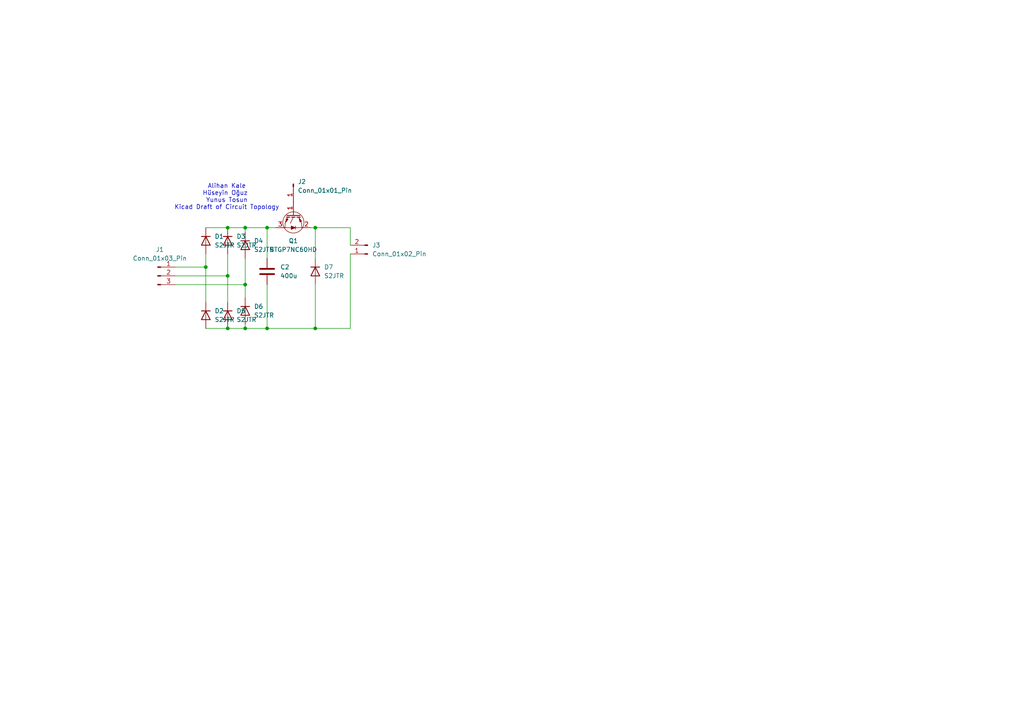
<source format=kicad_sch>
(kicad_sch
	(version 20250114)
	(generator "eeschema")
	(generator_version "9.0")
	(uuid "a1a7bf66-7624-445e-9f4f-dc9b3cacacfa")
	(paper "A4")
	(lib_symbols
		(symbol "Connector:Conn_01x01_Pin"
			(pin_names
				(offset 1.016)
				(hide yes)
			)
			(exclude_from_sim no)
			(in_bom yes)
			(on_board yes)
			(property "Reference" "J"
				(at 0 2.54 0)
				(effects
					(font
						(size 1.27 1.27)
					)
				)
			)
			(property "Value" "Conn_01x01_Pin"
				(at 0 -2.54 0)
				(effects
					(font
						(size 1.27 1.27)
					)
				)
			)
			(property "Footprint" ""
				(at 0 0 0)
				(effects
					(font
						(size 1.27 1.27)
					)
					(hide yes)
				)
			)
			(property "Datasheet" "~"
				(at 0 0 0)
				(effects
					(font
						(size 1.27 1.27)
					)
					(hide yes)
				)
			)
			(property "Description" "Generic connector, single row, 01x01, script generated"
				(at 0 0 0)
				(effects
					(font
						(size 1.27 1.27)
					)
					(hide yes)
				)
			)
			(property "ki_locked" ""
				(at 0 0 0)
				(effects
					(font
						(size 1.27 1.27)
					)
				)
			)
			(property "ki_keywords" "connector"
				(at 0 0 0)
				(effects
					(font
						(size 1.27 1.27)
					)
					(hide yes)
				)
			)
			(property "ki_fp_filters" "Connector*:*_1x??_*"
				(at 0 0 0)
				(effects
					(font
						(size 1.27 1.27)
					)
					(hide yes)
				)
			)
			(symbol "Conn_01x01_Pin_1_1"
				(rectangle
					(start 0.8636 0.127)
					(end 0 -0.127)
					(stroke
						(width 0.1524)
						(type default)
					)
					(fill
						(type outline)
					)
				)
				(polyline
					(pts
						(xy 1.27 0) (xy 0.8636 0)
					)
					(stroke
						(width 0.1524)
						(type default)
					)
					(fill
						(type none)
					)
				)
				(pin passive line
					(at 5.08 0 180)
					(length 3.81)
					(name "Pin_1"
						(effects
							(font
								(size 1.27 1.27)
							)
						)
					)
					(number "1"
						(effects
							(font
								(size 1.27 1.27)
							)
						)
					)
				)
			)
			(embedded_fonts no)
		)
		(symbol "Connector:Conn_01x02_Pin"
			(pin_names
				(offset 1.016)
				(hide yes)
			)
			(exclude_from_sim no)
			(in_bom yes)
			(on_board yes)
			(property "Reference" "J"
				(at 0 2.54 0)
				(effects
					(font
						(size 1.27 1.27)
					)
				)
			)
			(property "Value" "Conn_01x02_Pin"
				(at 0 -5.08 0)
				(effects
					(font
						(size 1.27 1.27)
					)
				)
			)
			(property "Footprint" ""
				(at 0 0 0)
				(effects
					(font
						(size 1.27 1.27)
					)
					(hide yes)
				)
			)
			(property "Datasheet" "~"
				(at 0 0 0)
				(effects
					(font
						(size 1.27 1.27)
					)
					(hide yes)
				)
			)
			(property "Description" "Generic connector, single row, 01x02, script generated"
				(at 0 0 0)
				(effects
					(font
						(size 1.27 1.27)
					)
					(hide yes)
				)
			)
			(property "ki_locked" ""
				(at 0 0 0)
				(effects
					(font
						(size 1.27 1.27)
					)
				)
			)
			(property "ki_keywords" "connector"
				(at 0 0 0)
				(effects
					(font
						(size 1.27 1.27)
					)
					(hide yes)
				)
			)
			(property "ki_fp_filters" "Connector*:*_1x??_*"
				(at 0 0 0)
				(effects
					(font
						(size 1.27 1.27)
					)
					(hide yes)
				)
			)
			(symbol "Conn_01x02_Pin_1_1"
				(rectangle
					(start 0.8636 0.127)
					(end 0 -0.127)
					(stroke
						(width 0.1524)
						(type default)
					)
					(fill
						(type outline)
					)
				)
				(rectangle
					(start 0.8636 -2.413)
					(end 0 -2.667)
					(stroke
						(width 0.1524)
						(type default)
					)
					(fill
						(type outline)
					)
				)
				(polyline
					(pts
						(xy 1.27 0) (xy 0.8636 0)
					)
					(stroke
						(width 0.1524)
						(type default)
					)
					(fill
						(type none)
					)
				)
				(polyline
					(pts
						(xy 1.27 -2.54) (xy 0.8636 -2.54)
					)
					(stroke
						(width 0.1524)
						(type default)
					)
					(fill
						(type none)
					)
				)
				(pin passive line
					(at 5.08 0 180)
					(length 3.81)
					(name "Pin_1"
						(effects
							(font
								(size 1.27 1.27)
							)
						)
					)
					(number "1"
						(effects
							(font
								(size 1.27 1.27)
							)
						)
					)
				)
				(pin passive line
					(at 5.08 -2.54 180)
					(length 3.81)
					(name "Pin_2"
						(effects
							(font
								(size 1.27 1.27)
							)
						)
					)
					(number "2"
						(effects
							(font
								(size 1.27 1.27)
							)
						)
					)
				)
			)
			(embedded_fonts no)
		)
		(symbol "Connector:Conn_01x03_Pin"
			(pin_names
				(offset 1.016)
				(hide yes)
			)
			(exclude_from_sim no)
			(in_bom yes)
			(on_board yes)
			(property "Reference" "J"
				(at 0 5.08 0)
				(effects
					(font
						(size 1.27 1.27)
					)
				)
			)
			(property "Value" "Conn_01x03_Pin"
				(at 0 -5.08 0)
				(effects
					(font
						(size 1.27 1.27)
					)
				)
			)
			(property "Footprint" ""
				(at 0 0 0)
				(effects
					(font
						(size 1.27 1.27)
					)
					(hide yes)
				)
			)
			(property "Datasheet" "~"
				(at 0 0 0)
				(effects
					(font
						(size 1.27 1.27)
					)
					(hide yes)
				)
			)
			(property "Description" "Generic connector, single row, 01x03, script generated"
				(at 0 0 0)
				(effects
					(font
						(size 1.27 1.27)
					)
					(hide yes)
				)
			)
			(property "ki_locked" ""
				(at 0 0 0)
				(effects
					(font
						(size 1.27 1.27)
					)
				)
			)
			(property "ki_keywords" "connector"
				(at 0 0 0)
				(effects
					(font
						(size 1.27 1.27)
					)
					(hide yes)
				)
			)
			(property "ki_fp_filters" "Connector*:*_1x??_*"
				(at 0 0 0)
				(effects
					(font
						(size 1.27 1.27)
					)
					(hide yes)
				)
			)
			(symbol "Conn_01x03_Pin_1_1"
				(rectangle
					(start 0.8636 2.667)
					(end 0 2.413)
					(stroke
						(width 0.1524)
						(type default)
					)
					(fill
						(type outline)
					)
				)
				(rectangle
					(start 0.8636 0.127)
					(end 0 -0.127)
					(stroke
						(width 0.1524)
						(type default)
					)
					(fill
						(type outline)
					)
				)
				(rectangle
					(start 0.8636 -2.413)
					(end 0 -2.667)
					(stroke
						(width 0.1524)
						(type default)
					)
					(fill
						(type outline)
					)
				)
				(polyline
					(pts
						(xy 1.27 2.54) (xy 0.8636 2.54)
					)
					(stroke
						(width 0.1524)
						(type default)
					)
					(fill
						(type none)
					)
				)
				(polyline
					(pts
						(xy 1.27 0) (xy 0.8636 0)
					)
					(stroke
						(width 0.1524)
						(type default)
					)
					(fill
						(type none)
					)
				)
				(polyline
					(pts
						(xy 1.27 -2.54) (xy 0.8636 -2.54)
					)
					(stroke
						(width 0.1524)
						(type default)
					)
					(fill
						(type none)
					)
				)
				(pin passive line
					(at 5.08 2.54 180)
					(length 3.81)
					(name "Pin_1"
						(effects
							(font
								(size 1.27 1.27)
							)
						)
					)
					(number "1"
						(effects
							(font
								(size 1.27 1.27)
							)
						)
					)
				)
				(pin passive line
					(at 5.08 0 180)
					(length 3.81)
					(name "Pin_2"
						(effects
							(font
								(size 1.27 1.27)
							)
						)
					)
					(number "2"
						(effects
							(font
								(size 1.27 1.27)
							)
						)
					)
				)
				(pin passive line
					(at 5.08 -2.54 180)
					(length 3.81)
					(name "Pin_3"
						(effects
							(font
								(size 1.27 1.27)
							)
						)
					)
					(number "3"
						(effects
							(font
								(size 1.27 1.27)
							)
						)
					)
				)
			)
			(embedded_fonts no)
		)
		(symbol "Device:C"
			(pin_numbers
				(hide yes)
			)
			(pin_names
				(offset 0.254)
			)
			(exclude_from_sim no)
			(in_bom yes)
			(on_board yes)
			(property "Reference" "C"
				(at 0.635 2.54 0)
				(effects
					(font
						(size 1.27 1.27)
					)
					(justify left)
				)
			)
			(property "Value" "C"
				(at 0.635 -2.54 0)
				(effects
					(font
						(size 1.27 1.27)
					)
					(justify left)
				)
			)
			(property "Footprint" ""
				(at 0.9652 -3.81 0)
				(effects
					(font
						(size 1.27 1.27)
					)
					(hide yes)
				)
			)
			(property "Datasheet" "~"
				(at 0 0 0)
				(effects
					(font
						(size 1.27 1.27)
					)
					(hide yes)
				)
			)
			(property "Description" "Unpolarized capacitor"
				(at 0 0 0)
				(effects
					(font
						(size 1.27 1.27)
					)
					(hide yes)
				)
			)
			(property "ki_keywords" "cap capacitor"
				(at 0 0 0)
				(effects
					(font
						(size 1.27 1.27)
					)
					(hide yes)
				)
			)
			(property "ki_fp_filters" "C_*"
				(at 0 0 0)
				(effects
					(font
						(size 1.27 1.27)
					)
					(hide yes)
				)
			)
			(symbol "C_0_1"
				(polyline
					(pts
						(xy -2.032 0.762) (xy 2.032 0.762)
					)
					(stroke
						(width 0.508)
						(type default)
					)
					(fill
						(type none)
					)
				)
				(polyline
					(pts
						(xy -2.032 -0.762) (xy 2.032 -0.762)
					)
					(stroke
						(width 0.508)
						(type default)
					)
					(fill
						(type none)
					)
				)
			)
			(symbol "C_1_1"
				(pin passive line
					(at 0 3.81 270)
					(length 2.794)
					(name "~"
						(effects
							(font
								(size 1.27 1.27)
							)
						)
					)
					(number "1"
						(effects
							(font
								(size 1.27 1.27)
							)
						)
					)
				)
				(pin passive line
					(at 0 -3.81 90)
					(length 2.794)
					(name "~"
						(effects
							(font
								(size 1.27 1.27)
							)
						)
					)
					(number "2"
						(effects
							(font
								(size 1.27 1.27)
							)
						)
					)
				)
			)
			(embedded_fonts no)
		)
		(symbol "Diode:S2JTR"
			(pin_numbers
				(hide yes)
			)
			(pin_names
				(hide yes)
			)
			(exclude_from_sim no)
			(in_bom yes)
			(on_board yes)
			(property "Reference" "D"
				(at 0 2.54 0)
				(effects
					(font
						(size 1.27 1.27)
					)
				)
			)
			(property "Value" "S2JTR"
				(at 0 -2.54 0)
				(effects
					(font
						(size 1.27 1.27)
					)
				)
			)
			(property "Footprint" "Diode_SMD:D_SMB"
				(at 0 -4.445 0)
				(effects
					(font
						(size 1.27 1.27)
					)
					(hide yes)
				)
			)
			(property "Datasheet" "http://www.smc-diodes.com/propdf/S2A-S2M%20N0562%20REV.A.pdf"
				(at 0 0 0)
				(effects
					(font
						(size 1.27 1.27)
					)
					(hide yes)
				)
			)
			(property "Description" "600V 2A General Purpose Rectifier Diode, SMB"
				(at 0 0 0)
				(effects
					(font
						(size 1.27 1.27)
					)
					(hide yes)
				)
			)
			(property "Sim.Device" "D"
				(at 0 0 0)
				(effects
					(font
						(size 1.27 1.27)
					)
					(hide yes)
				)
			)
			(property "Sim.Pins" "1=K 2=A"
				(at 0 0 0)
				(effects
					(font
						(size 1.27 1.27)
					)
					(hide yes)
				)
			)
			(property "ki_keywords" "diode"
				(at 0 0 0)
				(effects
					(font
						(size 1.27 1.27)
					)
					(hide yes)
				)
			)
			(property "ki_fp_filters" "*D?SMB*"
				(at 0 0 0)
				(effects
					(font
						(size 1.27 1.27)
					)
					(hide yes)
				)
			)
			(symbol "S2JTR_0_1"
				(polyline
					(pts
						(xy -1.27 1.27) (xy -1.27 -1.27)
					)
					(stroke
						(width 0.254)
						(type default)
					)
					(fill
						(type none)
					)
				)
				(polyline
					(pts
						(xy 1.27 1.27) (xy 1.27 -1.27) (xy -1.27 0) (xy 1.27 1.27)
					)
					(stroke
						(width 0.254)
						(type default)
					)
					(fill
						(type none)
					)
				)
				(polyline
					(pts
						(xy 1.27 0) (xy -1.27 0)
					)
					(stroke
						(width 0)
						(type default)
					)
					(fill
						(type none)
					)
				)
			)
			(symbol "S2JTR_1_1"
				(pin passive line
					(at -3.81 0 0)
					(length 2.54)
					(name "K"
						(effects
							(font
								(size 1.27 1.27)
							)
						)
					)
					(number "1"
						(effects
							(font
								(size 1.27 1.27)
							)
						)
					)
				)
				(pin passive line
					(at 3.81 0 180)
					(length 2.54)
					(name "A"
						(effects
							(font
								(size 1.27 1.27)
							)
						)
					)
					(number "2"
						(effects
							(font
								(size 1.27 1.27)
							)
						)
					)
				)
			)
			(embedded_fonts no)
		)
		(symbol "Transistor_IGBT:STGP7NC60HD"
			(pin_names
				(offset 0)
				(hide yes)
			)
			(exclude_from_sim no)
			(in_bom yes)
			(on_board yes)
			(property "Reference" "Q"
				(at 6.35 1.905 0)
				(effects
					(font
						(size 1.27 1.27)
					)
					(justify left)
				)
			)
			(property "Value" "STGP7NC60HD"
				(at 6.35 0 0)
				(effects
					(font
						(size 1.27 1.27)
					)
					(justify left)
				)
			)
			(property "Footprint" "Package_TO_SOT_THT:TO-220-3_Vertical"
				(at 6.35 -1.905 0)
				(effects
					(font
						(size 1.27 1.27)
						(italic yes)
					)
					(justify left)
					(hide yes)
				)
			)
			(property "Datasheet" "http://www.farnell.com/datasheets/2309889.pdf"
				(at -1.27 0 0)
				(effects
					(font
						(size 1.27 1.27)
					)
					(justify left)
					(hide yes)
				)
			)
			(property "Description" "25A, 600V, N-Channel IGBT, TO-220"
				(at 0 0 0)
				(effects
					(font
						(size 1.27 1.27)
					)
					(hide yes)
				)
			)
			(property "ki_keywords" "N-Channel very fast IGBT with ultrafast diode Power Transistor"
				(at 0 0 0)
				(effects
					(font
						(size 1.27 1.27)
					)
					(hide yes)
				)
			)
			(property "ki_fp_filters" "TO?220*"
				(at 0 0 0)
				(effects
					(font
						(size 1.27 1.27)
					)
					(hide yes)
				)
			)
			(symbol "STGP7NC60HD_0_1"
				(polyline
					(pts
						(xy -1.27 0) (xy -1.016 0)
					)
					(stroke
						(width 0)
						(type default)
					)
					(fill
						(type none)
					)
				)
				(circle
					(center 1.016 0)
					(radius 3.0734)
					(stroke
						(width 0)
						(type default)
					)
					(fill
						(type none)
					)
				)
				(polyline
					(pts
						(xy 1.27 2.413) (xy 2.54 2.413)
					)
					(stroke
						(width 0)
						(type default)
					)
					(fill
						(type none)
					)
				)
				(polyline
					(pts
						(xy 1.27 -2.413) (xy 2.54 -2.413)
					)
					(stroke
						(width 0)
						(type default)
					)
					(fill
						(type none)
					)
				)
				(polyline
					(pts
						(xy 2.032 0.635) (xy 3.048 0.635)
					)
					(stroke
						(width 0)
						(type default)
					)
					(fill
						(type none)
					)
				)
				(polyline
					(pts
						(xy 2.54 3.81) (xy 2.54 -3.81)
					)
					(stroke
						(width 0)
						(type default)
					)
					(fill
						(type none)
					)
				)
				(polyline
					(pts
						(xy 2.54 0.635) (xy 2.032 -0.635) (xy 3.048 -0.635) (xy 2.54 0.635)
					)
					(stroke
						(width 0)
						(type default)
					)
					(fill
						(type outline)
					)
				)
			)
			(symbol "STGP7NC60HD_1_1"
				(polyline
					(pts
						(xy -1.016 1.905) (xy -1.016 -1.905) (xy -1.016 -1.905)
					)
					(stroke
						(width 0.254)
						(type default)
					)
					(fill
						(type none)
					)
				)
				(polyline
					(pts
						(xy -0.508 2.032) (xy -0.508 1.016)
					)
					(stroke
						(width 0.254)
						(type default)
					)
					(fill
						(type none)
					)
				)
				(polyline
					(pts
						(xy -0.508 0.508) (xy -0.508 -0.508)
					)
					(stroke
						(width 0.254)
						(type default)
					)
					(fill
						(type none)
					)
				)
				(polyline
					(pts
						(xy -0.508 -1.016) (xy -0.508 -2.032)
					)
					(stroke
						(width 0.254)
						(type default)
					)
					(fill
						(type none)
					)
				)
				(polyline
					(pts
						(xy -0.127 -2.032) (xy 0.127 -1.524) (xy 1.016 -2.286) (xy -0.127 -2.032)
					)
					(stroke
						(width 0)
						(type default)
					)
					(fill
						(type outline)
					)
				)
				(polyline
					(pts
						(xy 0.889 1.905) (xy 0.635 2.413) (xy -0.254 1.651) (xy 0.889 1.905)
					)
					(stroke
						(width 0)
						(type default)
					)
					(fill
						(type outline)
					)
				)
				(polyline
					(pts
						(xy 1.27 2.413) (xy -0.508 1.524)
					)
					(stroke
						(width 0)
						(type default)
					)
					(fill
						(type none)
					)
				)
				(polyline
					(pts
						(xy 1.27 -0.889) (xy -0.508 0)
					)
					(stroke
						(width 0)
						(type default)
					)
					(fill
						(type none)
					)
				)
				(polyline
					(pts
						(xy 1.27 -2.413) (xy -0.508 -1.524)
					)
					(stroke
						(width 0)
						(type default)
					)
					(fill
						(type none)
					)
				)
				(pin input line
					(at -5.08 0 0)
					(length 3.81)
					(name "G"
						(effects
							(font
								(size 1.27 1.27)
							)
						)
					)
					(number "1"
						(effects
							(font
								(size 1.27 1.27)
							)
						)
					)
				)
				(pin passive line
					(at 2.54 5.08 270)
					(length 2.54)
					(name "C"
						(effects
							(font
								(size 1.27 1.27)
							)
						)
					)
					(number "2"
						(effects
							(font
								(size 1.27 1.27)
							)
						)
					)
				)
				(pin passive line
					(at 2.54 -5.08 90)
					(length 2.54)
					(name "E"
						(effects
							(font
								(size 1.27 1.27)
							)
						)
					)
					(number "3"
						(effects
							(font
								(size 1.27 1.27)
							)
						)
					)
				)
			)
			(embedded_fonts no)
		)
	)
	(text "Alihan Kale\nHüseyin Oğuz \nYunus Tosun\nKicad Draft of Circuit Topology\n"
		(exclude_from_sim no)
		(at 65.786 57.15 0)
		(effects
			(font
				(size 1.27 1.27)
			)
		)
		(uuid "a0549ee2-a985-45a1-ad2b-1aed445feebe")
	)
	(junction
		(at 71.12 66.04)
		(diameter 0)
		(color 0 0 0 0)
		(uuid "05238d96-5efd-454d-bef2-3fe13bda8e52")
	)
	(junction
		(at 66.04 66.04)
		(diameter 0)
		(color 0 0 0 0)
		(uuid "1c66fa75-39c2-4286-815a-84852ba85a08")
	)
	(junction
		(at 66.04 80.01)
		(diameter 0)
		(color 0 0 0 0)
		(uuid "269f19a8-7621-417b-a1a8-21e989d1e5a4")
	)
	(junction
		(at 77.47 95.25)
		(diameter 0)
		(color 0 0 0 0)
		(uuid "94e3c5e1-7b94-4f31-89aa-f1d856b2fefc")
	)
	(junction
		(at 71.12 82.55)
		(diameter 0)
		(color 0 0 0 0)
		(uuid "a2318763-128c-4298-b7ab-c900ac1eaa80")
	)
	(junction
		(at 91.44 66.04)
		(diameter 0)
		(color 0 0 0 0)
		(uuid "b9eb64f2-11a5-40de-8c10-5cf577f82486")
	)
	(junction
		(at 77.47 66.04)
		(diameter 0)
		(color 0 0 0 0)
		(uuid "bb9cdf36-5990-43cb-ba15-e51d53ca174c")
	)
	(junction
		(at 91.44 95.25)
		(diameter 0)
		(color 0 0 0 0)
		(uuid "cf4fe453-9ccf-461e-bfbf-120236ceb7cf")
	)
	(junction
		(at 59.69 77.47)
		(diameter 0)
		(color 0 0 0 0)
		(uuid "d283bfaf-5dc9-4f54-96a4-4e9871c73a2e")
	)
	(junction
		(at 66.04 95.25)
		(diameter 0)
		(color 0 0 0 0)
		(uuid "e84d9fe3-6a69-4bf3-892a-ad7a76ae4076")
	)
	(junction
		(at 71.12 95.25)
		(diameter 0)
		(color 0 0 0 0)
		(uuid "f54492a4-dc52-4851-bc67-293f2a6a6dec")
	)
	(wire
		(pts
			(xy 71.12 66.04) (xy 77.47 66.04)
		)
		(stroke
			(width 0)
			(type default)
		)
		(uuid "0e02cacf-68df-440d-831f-37d005cd1a08")
	)
	(wire
		(pts
			(xy 71.12 82.55) (xy 71.12 86.36)
		)
		(stroke
			(width 0)
			(type default)
		)
		(uuid "22ed49de-b9c3-473f-9fb9-84416daf202e")
	)
	(wire
		(pts
			(xy 101.6 66.04) (xy 101.6 71.12)
		)
		(stroke
			(width 0)
			(type default)
		)
		(uuid "2be0df1b-4552-42d4-b6e9-4ffbffb4ddb5")
	)
	(wire
		(pts
			(xy 91.44 66.04) (xy 90.17 66.04)
		)
		(stroke
			(width 0)
			(type default)
		)
		(uuid "4ee6b98d-1a24-4156-bc53-9cb2e283e015")
	)
	(wire
		(pts
			(xy 77.47 66.04) (xy 80.01 66.04)
		)
		(stroke
			(width 0)
			(type default)
		)
		(uuid "5083cd5c-4d4f-42d3-867f-1a65c1554c2b")
	)
	(wire
		(pts
			(xy 71.12 93.98) (xy 71.12 95.25)
		)
		(stroke
			(width 0)
			(type default)
		)
		(uuid "52a1c79f-0005-4274-a817-5ee7b67809d6")
	)
	(wire
		(pts
			(xy 77.47 95.25) (xy 91.44 95.25)
		)
		(stroke
			(width 0)
			(type default)
		)
		(uuid "541ed0bb-af5c-455d-9310-e55c420c2b85")
	)
	(wire
		(pts
			(xy 77.47 95.25) (xy 77.47 82.55)
		)
		(stroke
			(width 0)
			(type default)
		)
		(uuid "549f3c6c-fb81-4b1c-a92e-871a3eb8f891")
	)
	(wire
		(pts
			(xy 59.69 73.66) (xy 59.69 77.47)
		)
		(stroke
			(width 0)
			(type default)
		)
		(uuid "59fd7164-f904-4aa7-b9aa-40fc5ad1092f")
	)
	(wire
		(pts
			(xy 50.8 77.47) (xy 59.69 77.47)
		)
		(stroke
			(width 0)
			(type default)
		)
		(uuid "6197af9c-d7bd-4290-85b9-0d9b5b4155cf")
	)
	(wire
		(pts
			(xy 91.44 66.04) (xy 101.6 66.04)
		)
		(stroke
			(width 0)
			(type default)
		)
		(uuid "6456e43c-e7dd-419e-96b8-b8bc9e63728c")
	)
	(wire
		(pts
			(xy 50.8 82.55) (xy 71.12 82.55)
		)
		(stroke
			(width 0)
			(type default)
		)
		(uuid "6736465c-ed1c-48a4-ad07-204f29d65964")
	)
	(wire
		(pts
			(xy 66.04 80.01) (xy 66.04 87.63)
		)
		(stroke
			(width 0)
			(type default)
		)
		(uuid "6ba934d9-2b7f-4e66-b89e-520e81932e20")
	)
	(wire
		(pts
			(xy 59.69 66.04) (xy 66.04 66.04)
		)
		(stroke
			(width 0)
			(type default)
		)
		(uuid "6c3d8ccf-11bf-44f7-ae05-4f72d6d100a8")
	)
	(wire
		(pts
			(xy 71.12 74.93) (xy 71.12 82.55)
		)
		(stroke
			(width 0)
			(type default)
		)
		(uuid "7ac21078-bfb8-472c-9e3a-922e9c0d4851")
	)
	(wire
		(pts
			(xy 59.69 95.25) (xy 66.04 95.25)
		)
		(stroke
			(width 0)
			(type default)
		)
		(uuid "821a243c-0ba7-4f54-b51f-95e4321a6111")
	)
	(wire
		(pts
			(xy 66.04 73.66) (xy 66.04 80.01)
		)
		(stroke
			(width 0)
			(type default)
		)
		(uuid "833b6249-39e2-4db1-8013-eeeeedb409ca")
	)
	(wire
		(pts
			(xy 91.44 95.25) (xy 101.6 95.25)
		)
		(stroke
			(width 0)
			(type default)
		)
		(uuid "997d5317-5c57-4cfa-9c2b-d7cab4993cdd")
	)
	(wire
		(pts
			(xy 77.47 66.04) (xy 77.47 74.93)
		)
		(stroke
			(width 0)
			(type default)
		)
		(uuid "9b9e5bc5-c256-492d-8f22-32ce14d6efd9")
	)
	(wire
		(pts
			(xy 66.04 95.25) (xy 71.12 95.25)
		)
		(stroke
			(width 0)
			(type default)
		)
		(uuid "b6d4ab41-e584-49a1-9af2-8652c6306feb")
	)
	(wire
		(pts
			(xy 101.6 95.25) (xy 101.6 73.66)
		)
		(stroke
			(width 0)
			(type default)
		)
		(uuid "bdeb13ca-bc91-46ae-a8e7-93bd423baf94")
	)
	(wire
		(pts
			(xy 71.12 95.25) (xy 77.47 95.25)
		)
		(stroke
			(width 0)
			(type default)
		)
		(uuid "cbef32e7-4c73-4576-96d8-663afea90a96")
	)
	(wire
		(pts
			(xy 91.44 66.04) (xy 91.44 74.93)
		)
		(stroke
			(width 0)
			(type default)
		)
		(uuid "d175fdbd-55d7-4c65-a6d9-603dfa5ea379")
	)
	(wire
		(pts
			(xy 66.04 66.04) (xy 71.12 66.04)
		)
		(stroke
			(width 0)
			(type default)
		)
		(uuid "d7e5f184-d395-483c-b1e4-31a05595b957")
	)
	(wire
		(pts
			(xy 91.44 82.55) (xy 91.44 95.25)
		)
		(stroke
			(width 0)
			(type default)
		)
		(uuid "defb3d04-6563-4983-8a3f-66f49494fb2b")
	)
	(wire
		(pts
			(xy 59.69 77.47) (xy 59.69 87.63)
		)
		(stroke
			(width 0)
			(type default)
		)
		(uuid "e6e35071-2cd6-4c63-b9f1-8b367dc5dac7")
	)
	(wire
		(pts
			(xy 50.8 80.01) (xy 66.04 80.01)
		)
		(stroke
			(width 0)
			(type default)
		)
		(uuid "f32175a5-17d8-4394-8173-e9635b807dd4")
	)
	(wire
		(pts
			(xy 71.12 67.31) (xy 71.12 66.04)
		)
		(stroke
			(width 0)
			(type default)
		)
		(uuid "feffd704-98aa-4021-b5d6-d290dcaf85d6")
	)
	(symbol
		(lib_id "Diode:S2JTR")
		(at 71.12 71.12 270)
		(unit 1)
		(exclude_from_sim no)
		(in_bom yes)
		(on_board yes)
		(dnp no)
		(fields_autoplaced yes)
		(uuid "033f00eb-039a-4a51-83fe-b96bc9367917")
		(property "Reference" "D4"
			(at 73.66 69.8499 90)
			(effects
				(font
					(size 1.27 1.27)
				)
				(justify left)
			)
		)
		(property "Value" "S2JTR"
			(at 73.66 72.3899 90)
			(effects
				(font
					(size 1.27 1.27)
				)
				(justify left)
			)
		)
		(property "Footprint" "Diode_SMD:D_SMB"
			(at 66.675 71.12 0)
			(effects
				(font
					(size 1.27 1.27)
				)
				(hide yes)
			)
		)
		(property "Datasheet" "http://www.smc-diodes.com/propdf/S2A-S2M%20N0562%20REV.A.pdf"
			(at 71.12 71.12 0)
			(effects
				(font
					(size 1.27 1.27)
				)
				(hide yes)
			)
		)
		(property "Description" "600V 2A General Purpose Rectifier Diode, SMB"
			(at 71.12 71.12 0)
			(effects
				(font
					(size 1.27 1.27)
				)
				(hide yes)
			)
		)
		(property "Sim.Device" "D"
			(at 71.12 71.12 0)
			(effects
				(font
					(size 1.27 1.27)
				)
				(hide yes)
			)
		)
		(property "Sim.Pins" "1=K 2=A"
			(at 71.12 71.12 0)
			(effects
				(font
					(size 1.27 1.27)
				)
				(hide yes)
			)
		)
		(pin "2"
			(uuid "42a39fd7-40e2-4790-8ebb-31893c67eac1")
		)
		(pin "1"
			(uuid "c8eb1479-6df9-4209-ab19-9f6a2d2cff01")
		)
		(instances
			(project ""
				(path "/a1a7bf66-7624-445e-9f4f-dc9b3cacacfa"
					(reference "D4")
					(unit 1)
				)
			)
		)
	)
	(symbol
		(lib_id "Diode:S2JTR")
		(at 59.69 91.44 270)
		(unit 1)
		(exclude_from_sim no)
		(in_bom yes)
		(on_board yes)
		(dnp no)
		(fields_autoplaced yes)
		(uuid "39f51a3b-6df9-47d4-8eb1-6e505b8d4728")
		(property "Reference" "D2"
			(at 62.23 90.1699 90)
			(effects
				(font
					(size 1.27 1.27)
				)
				(justify left)
			)
		)
		(property "Value" "S2JTR"
			(at 62.23 92.7099 90)
			(effects
				(font
					(size 1.27 1.27)
				)
				(justify left)
			)
		)
		(property "Footprint" "Diode_SMD:D_SMB"
			(at 55.245 91.44 0)
			(effects
				(font
					(size 1.27 1.27)
				)
				(hide yes)
			)
		)
		(property "Datasheet" "http://www.smc-diodes.com/propdf/S2A-S2M%20N0562%20REV.A.pdf"
			(at 59.69 91.44 0)
			(effects
				(font
					(size 1.27 1.27)
				)
				(hide yes)
			)
		)
		(property "Description" "600V 2A General Purpose Rectifier Diode, SMB"
			(at 59.69 91.44 0)
			(effects
				(font
					(size 1.27 1.27)
				)
				(hide yes)
			)
		)
		(property "Sim.Device" "D"
			(at 59.69 91.44 0)
			(effects
				(font
					(size 1.27 1.27)
				)
				(hide yes)
			)
		)
		(property "Sim.Pins" "1=K 2=A"
			(at 59.69 91.44 0)
			(effects
				(font
					(size 1.27 1.27)
				)
				(hide yes)
			)
		)
		(pin "2"
			(uuid "9481291b-c1bd-41f3-9cd2-254a2c4da785")
		)
		(pin "1"
			(uuid "86b3ebcf-0396-44b5-9640-8dcdb75676fc")
		)
		(instances
			(project ""
				(path "/a1a7bf66-7624-445e-9f4f-dc9b3cacacfa"
					(reference "D2")
					(unit 1)
				)
			)
		)
	)
	(symbol
		(lib_id "Diode:S2JTR")
		(at 71.12 90.17 270)
		(unit 1)
		(exclude_from_sim no)
		(in_bom yes)
		(on_board yes)
		(dnp no)
		(fields_autoplaced yes)
		(uuid "3feef5b6-8bd7-409a-8311-d2516a590ac5")
		(property "Reference" "D6"
			(at 73.66 88.8999 90)
			(effects
				(font
					(size 1.27 1.27)
				)
				(justify left)
			)
		)
		(property "Value" "S2JTR"
			(at 73.66 91.4399 90)
			(effects
				(font
					(size 1.27 1.27)
				)
				(justify left)
			)
		)
		(property "Footprint" "Diode_SMD:D_SMB"
			(at 66.675 90.17 0)
			(effects
				(font
					(size 1.27 1.27)
				)
				(hide yes)
			)
		)
		(property "Datasheet" "http://www.smc-diodes.com/propdf/S2A-S2M%20N0562%20REV.A.pdf"
			(at 71.12 90.17 0)
			(effects
				(font
					(size 1.27 1.27)
				)
				(hide yes)
			)
		)
		(property "Description" "600V 2A General Purpose Rectifier Diode, SMB"
			(at 71.12 90.17 0)
			(effects
				(font
					(size 1.27 1.27)
				)
				(hide yes)
			)
		)
		(property "Sim.Device" "D"
			(at 71.12 90.17 0)
			(effects
				(font
					(size 1.27 1.27)
				)
				(hide yes)
			)
		)
		(property "Sim.Pins" "1=K 2=A"
			(at 71.12 90.17 0)
			(effects
				(font
					(size 1.27 1.27)
				)
				(hide yes)
			)
		)
		(pin "1"
			(uuid "615d8a3f-c03b-4ea1-83e4-b9aae60512fb")
		)
		(pin "2"
			(uuid "f6c41bac-8f85-4593-bd74-14758d8baf01")
		)
		(instances
			(project ""
				(path "/a1a7bf66-7624-445e-9f4f-dc9b3cacacfa"
					(reference "D6")
					(unit 1)
				)
			)
		)
	)
	(symbol
		(lib_id "Diode:S2JTR")
		(at 66.04 91.44 270)
		(unit 1)
		(exclude_from_sim no)
		(in_bom yes)
		(on_board yes)
		(dnp no)
		(fields_autoplaced yes)
		(uuid "4b418276-1b58-4d47-9c35-5371e0258c69")
		(property "Reference" "D5"
			(at 68.58 90.1699 90)
			(effects
				(font
					(size 1.27 1.27)
				)
				(justify left)
			)
		)
		(property "Value" "S2JTR"
			(at 68.58 92.7099 90)
			(effects
				(font
					(size 1.27 1.27)
				)
				(justify left)
			)
		)
		(property "Footprint" "Diode_SMD:D_SMB"
			(at 61.595 91.44 0)
			(effects
				(font
					(size 1.27 1.27)
				)
				(hide yes)
			)
		)
		(property "Datasheet" "http://www.smc-diodes.com/propdf/S2A-S2M%20N0562%20REV.A.pdf"
			(at 66.04 91.44 0)
			(effects
				(font
					(size 1.27 1.27)
				)
				(hide yes)
			)
		)
		(property "Description" "600V 2A General Purpose Rectifier Diode, SMB"
			(at 66.04 91.44 0)
			(effects
				(font
					(size 1.27 1.27)
				)
				(hide yes)
			)
		)
		(property "Sim.Device" "D"
			(at 66.04 91.44 0)
			(effects
				(font
					(size 1.27 1.27)
				)
				(hide yes)
			)
		)
		(property "Sim.Pins" "1=K 2=A"
			(at 66.04 91.44 0)
			(effects
				(font
					(size 1.27 1.27)
				)
				(hide yes)
			)
		)
		(pin "1"
			(uuid "06f9ac8c-408e-4be7-96b2-d990e8ad3679")
		)
		(pin "2"
			(uuid "1b6098e7-2b8e-4d22-9019-02e0e97094f1")
		)
		(instances
			(project ""
				(path "/a1a7bf66-7624-445e-9f4f-dc9b3cacacfa"
					(reference "D5")
					(unit 1)
				)
			)
		)
	)
	(symbol
		(lib_id "Transistor_IGBT:STGP7NC60HD")
		(at 85.09 63.5 270)
		(unit 1)
		(exclude_from_sim no)
		(in_bom yes)
		(on_board yes)
		(dnp no)
		(fields_autoplaced yes)
		(uuid "534aad1d-e6cb-43b7-b238-68d592c670a8")
		(property "Reference" "Q1"
			(at 85.09 69.85 90)
			(effects
				(font
					(size 1.27 1.27)
				)
			)
		)
		(property "Value" "STGP7NC60HD"
			(at 85.09 72.39 90)
			(effects
				(font
					(size 1.27 1.27)
				)
			)
		)
		(property "Footprint" "Package_TO_SOT_THT:TO-220-3_Vertical"
			(at 83.185 69.85 0)
			(effects
				(font
					(size 1.27 1.27)
					(italic yes)
				)
				(justify left)
				(hide yes)
			)
		)
		(property "Datasheet" "http://www.farnell.com/datasheets/2309889.pdf"
			(at 85.09 62.23 0)
			(effects
				(font
					(size 1.27 1.27)
				)
				(justify left)
				(hide yes)
			)
		)
		(property "Description" "25A, 600V, N-Channel IGBT, TO-220"
			(at 85.09 63.5 0)
			(effects
				(font
					(size 1.27 1.27)
				)
				(hide yes)
			)
		)
		(pin "1"
			(uuid "ab621f26-143e-4526-a387-fd590c238f01")
		)
		(pin "2"
			(uuid "b1ec705e-4cb0-4808-93e7-1441bdb3bc7f")
		)
		(pin "3"
			(uuid "c690bf43-c6ea-4227-af61-944bef6d6136")
		)
		(instances
			(project ""
				(path "/a1a7bf66-7624-445e-9f4f-dc9b3cacacfa"
					(reference "Q1")
					(unit 1)
				)
			)
		)
	)
	(symbol
		(lib_id "Device:C")
		(at 77.47 78.74 0)
		(unit 1)
		(exclude_from_sim no)
		(in_bom yes)
		(on_board yes)
		(dnp no)
		(fields_autoplaced yes)
		(uuid "7ae64247-3891-4111-80e0-84d64bc004ca")
		(property "Reference" "C2"
			(at 81.28 77.4699 0)
			(effects
				(font
					(size 1.27 1.27)
				)
				(justify left)
			)
		)
		(property "Value" "400u"
			(at 81.28 80.0099 0)
			(effects
				(font
					(size 1.27 1.27)
				)
				(justify left)
			)
		)
		(property "Footprint" "C_0603_1608Metric"
			(at 78.4352 82.55 0)
			(effects
				(font
					(size 1.27 1.27)
				)
				(hide yes)
			)
		)
		(property "Datasheet" "~"
			(at 77.47 78.74 0)
			(effects
				(font
					(size 1.27 1.27)
				)
				(hide yes)
			)
		)
		(property "Description" "Unpolarized capacitor"
			(at 77.47 78.74 0)
			(effects
				(font
					(size 1.27 1.27)
				)
				(hide yes)
			)
		)
		(pin "1"
			(uuid "9adbf567-d526-41dc-b584-694a8bfe5eed")
		)
		(pin "2"
			(uuid "0e8b4988-9244-43d5-8e09-68d6b2718909")
		)
		(instances
			(project ""
				(path "/a1a7bf66-7624-445e-9f4f-dc9b3cacacfa"
					(reference "C2")
					(unit 1)
				)
			)
		)
	)
	(symbol
		(lib_id "Connector:Conn_01x02_Pin")
		(at 106.68 73.66 180)
		(unit 1)
		(exclude_from_sim no)
		(in_bom yes)
		(on_board yes)
		(dnp no)
		(fields_autoplaced yes)
		(uuid "aa26035a-d4c1-45a5-b485-f6d7e98ef855")
		(property "Reference" "J3"
			(at 107.95 71.1199 0)
			(effects
				(font
					(size 1.27 1.27)
				)
				(justify right)
			)
		)
		(property "Value" "Conn_01x02_Pin"
			(at 107.95 73.6599 0)
			(effects
				(font
					(size 1.27 1.27)
				)
				(justify right)
			)
		)
		(property "Footprint" "TerminalBlock_TE_1x02_P5.08mm"
			(at 106.68 73.66 0)
			(effects
				(font
					(size 1.27 1.27)
				)
				(hide yes)
			)
		)
		(property "Datasheet" "~"
			(at 106.68 73.66 0)
			(effects
				(font
					(size 1.27 1.27)
				)
				(hide yes)
			)
		)
		(property "Description" "Generic connector, single row, 01x02, script generated"
			(at 106.68 73.66 0)
			(effects
				(font
					(size 1.27 1.27)
				)
				(hide yes)
			)
		)
		(pin "1"
			(uuid "f7d43c05-41ce-42d9-859b-ce05fd8a72f9")
		)
		(pin "2"
			(uuid "5dd93fdd-14e6-4f94-8ca1-7616fef64f9c")
		)
		(instances
			(project ""
				(path "/a1a7bf66-7624-445e-9f4f-dc9b3cacacfa"
					(reference "J3")
					(unit 1)
				)
			)
		)
	)
	(symbol
		(lib_id "Connector:Conn_01x03_Pin")
		(at 45.72 80.01 0)
		(unit 1)
		(exclude_from_sim no)
		(in_bom yes)
		(on_board yes)
		(dnp no)
		(fields_autoplaced yes)
		(uuid "b5a7a69c-596b-4c5b-b0df-a265f7878411")
		(property "Reference" "J1"
			(at 46.355 72.39 0)
			(effects
				(font
					(size 1.27 1.27)
				)
			)
		)
		(property "Value" "Conn_01x03_Pin"
			(at 46.355 74.93 0)
			(effects
				(font
					(size 1.27 1.27)
				)
			)
		)
		(property "Footprint" "TerminalBlock_TE_1x02_P5.08mm"
			(at 45.72 80.01 0)
			(effects
				(font
					(size 1.27 1.27)
				)
				(hide yes)
			)
		)
		(property "Datasheet" "~"
			(at 45.72 80.01 0)
			(effects
				(font
					(size 1.27 1.27)
				)
				(hide yes)
			)
		)
		(property "Description" "Generic connector, single row, 01x03, script generated"
			(at 45.72 80.01 0)
			(effects
				(font
					(size 1.27 1.27)
				)
				(hide yes)
			)
		)
		(pin "3"
			(uuid "71b295b7-7346-4fca-80f8-cc6dc8e00167")
		)
		(pin "1"
			(uuid "8e227f80-55dd-49a2-a290-73585cc1e0c5")
		)
		(pin "2"
			(uuid "af99165a-1863-4492-8627-9e67b6b137ca")
		)
		(instances
			(project ""
				(path "/a1a7bf66-7624-445e-9f4f-dc9b3cacacfa"
					(reference "J1")
					(unit 1)
				)
			)
		)
	)
	(symbol
		(lib_id "Diode:S2JTR")
		(at 91.44 78.74 270)
		(unit 1)
		(exclude_from_sim no)
		(in_bom yes)
		(on_board yes)
		(dnp no)
		(fields_autoplaced yes)
		(uuid "b9b189a5-118b-4a3a-8ea1-abe2e81adcbc")
		(property "Reference" "D7"
			(at 93.98 77.4699 90)
			(effects
				(font
					(size 1.27 1.27)
				)
				(justify left)
			)
		)
		(property "Value" "S2JTR"
			(at 93.98 80.0099 90)
			(effects
				(font
					(size 1.27 1.27)
				)
				(justify left)
			)
		)
		(property "Footprint" "Diode_SMD:D_SMB"
			(at 86.995 78.74 0)
			(effects
				(font
					(size 1.27 1.27)
				)
				(hide yes)
			)
		)
		(property "Datasheet" "http://www.smc-diodes.com/propdf/S2A-S2M%20N0562%20REV.A.pdf"
			(at 91.44 78.74 0)
			(effects
				(font
					(size 1.27 1.27)
				)
				(hide yes)
			)
		)
		(property "Description" "600V 2A General Purpose Rectifier Diode, SMB"
			(at 91.44 78.74 0)
			(effects
				(font
					(size 1.27 1.27)
				)
				(hide yes)
			)
		)
		(property "Sim.Device" "D"
			(at 91.44 78.74 0)
			(effects
				(font
					(size 1.27 1.27)
				)
				(hide yes)
			)
		)
		(property "Sim.Pins" "1=K 2=A"
			(at 91.44 78.74 0)
			(effects
				(font
					(size 1.27 1.27)
				)
				(hide yes)
			)
		)
		(pin "2"
			(uuid "cbce75bc-469c-42cf-8851-944fb76b436c")
		)
		(pin "1"
			(uuid "f311b4b2-947f-4a1c-9e28-addae0794344")
		)
		(instances
			(project ""
				(path "/a1a7bf66-7624-445e-9f4f-dc9b3cacacfa"
					(reference "D7")
					(unit 1)
				)
			)
		)
	)
	(symbol
		(lib_id "Diode:S2JTR")
		(at 66.04 69.85 270)
		(unit 1)
		(exclude_from_sim no)
		(in_bom yes)
		(on_board yes)
		(dnp no)
		(fields_autoplaced yes)
		(uuid "bb2d6cce-6fbb-44b7-88c6-4d5864d35f8d")
		(property "Reference" "D3"
			(at 68.58 68.5799 90)
			(effects
				(font
					(size 1.27 1.27)
				)
				(justify left)
			)
		)
		(property "Value" "S2JTR"
			(at 68.58 71.1199 90)
			(effects
				(font
					(size 1.27 1.27)
				)
				(justify left)
			)
		)
		(property "Footprint" "Diode_SMD:D_SMB"
			(at 61.595 69.85 0)
			(effects
				(font
					(size 1.27 1.27)
				)
				(hide yes)
			)
		)
		(property "Datasheet" "http://www.smc-diodes.com/propdf/S2A-S2M%20N0562%20REV.A.pdf"
			(at 66.04 69.85 0)
			(effects
				(font
					(size 1.27 1.27)
				)
				(hide yes)
			)
		)
		(property "Description" "600V 2A General Purpose Rectifier Diode, SMB"
			(at 66.04 69.85 0)
			(effects
				(font
					(size 1.27 1.27)
				)
				(hide yes)
			)
		)
		(property "Sim.Device" "D"
			(at 66.04 69.85 0)
			(effects
				(font
					(size 1.27 1.27)
				)
				(hide yes)
			)
		)
		(property "Sim.Pins" "1=K 2=A"
			(at 66.04 69.85 0)
			(effects
				(font
					(size 1.27 1.27)
				)
				(hide yes)
			)
		)
		(pin "2"
			(uuid "735d2f6a-0946-4587-b526-afaa1bb6548f")
		)
		(pin "1"
			(uuid "80eadc6c-7f0a-49c6-a91c-c787f842b1b6")
		)
		(instances
			(project ""
				(path "/a1a7bf66-7624-445e-9f4f-dc9b3cacacfa"
					(reference "D3")
					(unit 1)
				)
			)
		)
	)
	(symbol
		(lib_id "Diode:S2JTR")
		(at 59.69 69.85 270)
		(unit 1)
		(exclude_from_sim no)
		(in_bom yes)
		(on_board yes)
		(dnp no)
		(fields_autoplaced yes)
		(uuid "eab76bf1-23cf-434a-98e6-8b0f0b5a9062")
		(property "Reference" "D1"
			(at 62.23 68.5799 90)
			(effects
				(font
					(size 1.27 1.27)
				)
				(justify left)
			)
		)
		(property "Value" "S2JTR"
			(at 62.23 71.1199 90)
			(effects
				(font
					(size 1.27 1.27)
				)
				(justify left)
			)
		)
		(property "Footprint" "Diode_SMD:D_SMB"
			(at 55.245 69.85 0)
			(effects
				(font
					(size 1.27 1.27)
				)
				(hide yes)
			)
		)
		(property "Datasheet" "http://www.smc-diodes.com/propdf/S2A-S2M%20N0562%20REV.A.pdf"
			(at 59.69 69.85 0)
			(effects
				(font
					(size 1.27 1.27)
				)
				(hide yes)
			)
		)
		(property "Description" "600V 2A General Purpose Rectifier Diode, SMB"
			(at 59.69 69.85 0)
			(effects
				(font
					(size 1.27 1.27)
				)
				(hide yes)
			)
		)
		(property "Sim.Device" "D"
			(at 59.69 69.85 0)
			(effects
				(font
					(size 1.27 1.27)
				)
				(hide yes)
			)
		)
		(property "Sim.Pins" "1=K 2=A"
			(at 59.69 69.85 0)
			(effects
				(font
					(size 1.27 1.27)
				)
				(hide yes)
			)
		)
		(pin "1"
			(uuid "09264190-e656-40a5-beaa-f36857b4991c")
		)
		(pin "2"
			(uuid "7a1dbafa-8ec8-4c23-a411-26a77e802bc5")
		)
		(instances
			(project ""
				(path "/a1a7bf66-7624-445e-9f4f-dc9b3cacacfa"
					(reference "D1")
					(unit 1)
				)
			)
		)
	)
	(symbol
		(lib_id "Connector:Conn_01x01_Pin")
		(at 85.09 53.34 270)
		(unit 1)
		(exclude_from_sim no)
		(in_bom yes)
		(on_board yes)
		(dnp no)
		(fields_autoplaced yes)
		(uuid "ecc9eac8-c126-4e99-b21b-0e354d1f92aa")
		(property "Reference" "J2"
			(at 86.36 52.7049 90)
			(effects
				(font
					(size 1.27 1.27)
				)
				(justify left)
			)
		)
		(property "Value" "Conn_01x01_Pin"
			(at 86.36 55.2449 90)
			(effects
				(font
					(size 1.27 1.27)
				)
				(justify left)
			)
		)
		(property "Footprint" "TerminalBlock_TE_1x02_P5.08mm"
			(at 85.09 53.34 0)
			(effects
				(font
					(size 1.27 1.27)
				)
				(hide yes)
			)
		)
		(property "Datasheet" "~"
			(at 85.09 53.34 0)
			(effects
				(font
					(size 1.27 1.27)
				)
				(hide yes)
			)
		)
		(property "Description" "Generic connector, single row, 01x01, script generated"
			(at 85.09 53.34 0)
			(effects
				(font
					(size 1.27 1.27)
				)
				(hide yes)
			)
		)
		(pin "1"
			(uuid "362bac03-de55-4e2d-9555-10920ca4921a")
		)
		(instances
			(project ""
				(path "/a1a7bf66-7624-445e-9f4f-dc9b3cacacfa"
					(reference "J2")
					(unit 1)
				)
			)
		)
	)
	(sheet_instances
		(path "/"
			(page "1")
		)
	)
	(embedded_fonts no)
)

</source>
